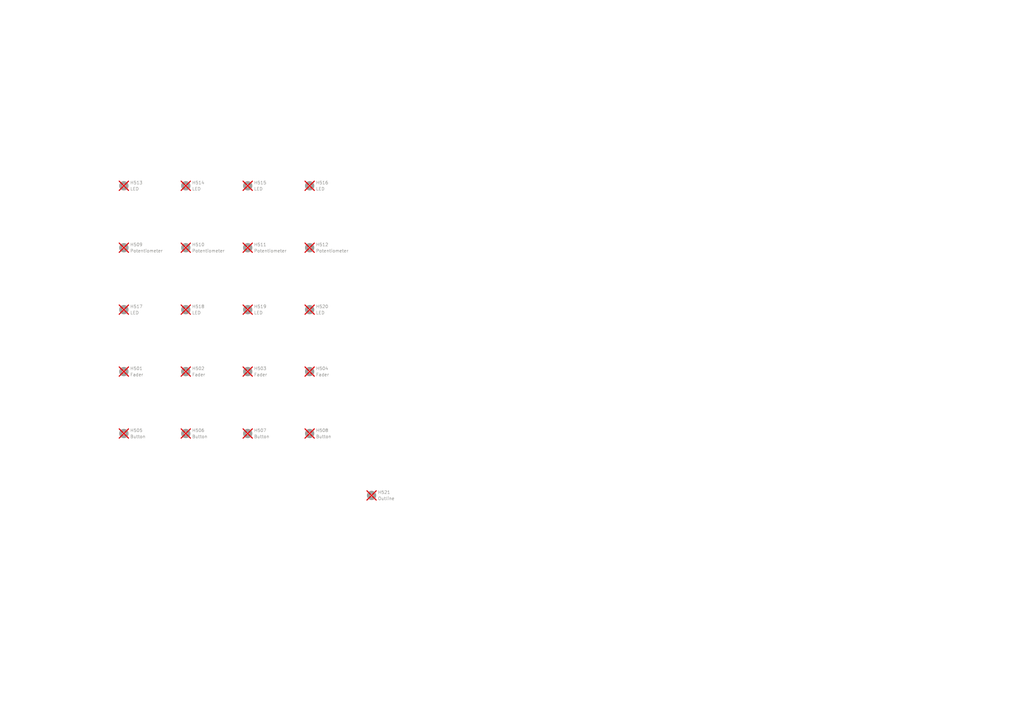
<source format=kicad_sch>
(kicad_sch (version 20231120) (generator "eeschema") (generator_version "8.0")
  (paper "A3")
  (lib_symbols
    (symbol "Mechanical:MountingHole" (pin_names (offset 1.016)) (exclude_from_sim yes) (in_bom no)
      (property "Reference" "H" (at 0 5.08 0))
      (property "Value" "MountingHole" (at 0 3.175 0))
      (symbol "MountingHole_0_1"
        (circle (center 0 0) (radius 1.27) (stroke (width 1.27)))
      )
    )
  )
  (symbol (lib_id "Mechanical:MountingHole") (at 50.8 101.6 0) (unit 1) (exclude_from_sim yes) (in_bom no) (dnp yes)
    (property "Reference" "H509" (at 53.34 100.3299 0) (effects (justify left)))
    (property "Value" "Potentiometer" (at 53.34 102.8699 0) (effects (justify left)))
    (property "Footprint" "suku_basics:FP_POTENTIOMETER" (effects (hide yes)))
    (property "Description" "Mounting Hole without connection" (effects (hide yes)))
  )
  (symbol (lib_id "Mechanical:MountingHole") (at 101.6 76.2 0) (unit 1) (exclude_from_sim yes) (in_bom no) (dnp yes)
    (property "Reference" "H515" (at 104.14 74.9299 0) (effects (justify left)))
    (property "Value" "LED" (at 104.14 77.4699 0) (effects (justify left)))
    (property "Footprint" "suku_basics:FP_LED" (effects (hide yes)))
    (property "Description" "Mounting Hole without connection" (effects (hide yes)))
  )
  (symbol (lib_id "Mechanical:MountingHole") (at 76.2 76.2 0) (unit 1) (exclude_from_sim yes) (in_bom no) (dnp yes)
    (property "Reference" "H514" (at 78.74 74.9299 0) (effects (justify left)))
    (property "Value" "LED" (at 78.74 77.4699 0) (effects (justify left)))
    (property "Footprint" "suku_basics:FP_LED" (effects (hide yes)))
    (property "Description" "Mounting Hole without connection" (effects (hide yes)))
  )
  (symbol (lib_id "Mechanical:MountingHole") (at 50.8 127 0) (unit 1) (exclude_from_sim yes) (in_bom no) (dnp yes)
    (property "Reference" "H517" (at 53.34 125.7299 0) (effects (justify left)))
    (property "Value" "LED" (at 53.34 128.2699 0) (effects (justify left)))
    (property "Footprint" "suku_basics:FP_LED" (effects (hide yes)))
    (property "Description" "Mounting Hole without connection" (effects (hide yes)))
  )
  (symbol (lib_id "Mechanical:MountingHole") (at 127 177.8 0) (unit 1) (exclude_from_sim yes) (in_bom no) (dnp yes)
    (property "Reference" "H508" (at 129.54 176.5299 0) (effects (justify left)))
    (property "Value" "Button" (at 129.54 179.0699 0) (effects (justify left)))
    (property "Footprint" "suku_basics:FP_BUTTON" (effects (hide yes)))
    (property "Description" "Mounting Hole without connection" (effects (hide yes)))
  )
  (symbol (lib_id "Mechanical:MountingHole") (at 101.6 152.4 0) (unit 1) (exclude_from_sim yes) (in_bom no) (dnp yes)
    (property "Reference" "H503" (at 104.14 151.1299 0) (effects (justify left)))
    (property "Value" "Fader" (at 104.14 153.6699 0) (effects (justify left)))
    (property "Footprint" "suku_basics:FP_FADER" (effects (hide yes)))
    (property "Description" "Mounting Hole without connection" (effects (hide yes)))
  )
  (symbol (lib_id "Mechanical:MountingHole") (at 76.2 152.4 0) (unit 1) (exclude_from_sim yes) (in_bom no) (dnp yes)
    (property "Reference" "H502" (at 78.74 151.1299 0) (effects (justify left)))
    (property "Value" "Fader" (at 78.74 153.6699 0) (effects (justify left)))
    (property "Footprint" "suku_basics:FP_FADER" (effects (hide yes)))
    (property "Description" "Mounting Hole without connection" (effects (hide yes)))
  )
  (symbol (lib_id "Mechanical:MountingHole") (at 50.8 152.4 0) (unit 1) (exclude_from_sim yes) (in_bom no) (dnp yes)
    (property "Reference" "H501" (at 53.34 151.1299 0) (effects (justify left)))
    (property "Value" "Fader" (at 53.34 153.6699 0) (effects (justify left)))
    (property "Footprint" "suku_basics:FP_FADER" (effects (hide yes)))
    (property "Description" "Mounting Hole without connection" (effects (hide yes)))
  )
  (symbol (lib_id "Mechanical:MountingHole") (at 101.6 127 0) (unit 1) (exclude_from_sim yes) (in_bom no) (dnp yes)
    (property "Reference" "H519" (at 104.14 125.7299 0) (effects (justify left)))
    (property "Value" "LED" (at 104.14 128.2699 0) (effects (justify left)))
    (property "Footprint" "suku_basics:FP_LED" (effects (hide yes)))
    (property "Description" "Mounting Hole without connection" (effects (hide yes)))
  )
  (symbol (lib_id "Mechanical:MountingHole") (at 50.8 177.8 0) (unit 1) (exclude_from_sim yes) (in_bom no) (dnp yes)
    (property "Reference" "H505" (at 53.34 176.5299 0) (effects (justify left)))
    (property "Value" "Button" (at 53.34 179.0699 0) (effects (justify left)))
    (property "Footprint" "suku_basics:FP_BUTTON" (effects (hide yes)))
    (property "Description" "Mounting Hole without connection" (effects (hide yes)))
  )
  (symbol (lib_id "Mechanical:MountingHole") (at 76.2 101.6 0) (unit 1) (exclude_from_sim yes) (in_bom no) (dnp yes)
    (property "Reference" "H510" (at 78.74 100.3299 0) (effects (justify left)))
    (property "Value" "Potentiometer" (at 78.74 102.8699 0) (effects (justify left)))
    (property "Footprint" "suku_basics:FP_POTENTIOMETER" (effects (hide yes)))
    (property "Description" "Mounting Hole without connection" (effects (hide yes)))
  )
  (symbol (lib_id "Mechanical:MountingHole") (at 152.4 203.2 0) (unit 1) (exclude_from_sim yes) (in_bom no) (dnp yes)
    (property "Reference" "H521" (at 154.94 201.9299 0) (effects (justify left)))
    (property "Value" "Outline" (at 154.94 204.4699 0) (effects (justify left)))
    (property "Footprint" "suku_basics:FP_OUTLINE" (effects (hide yes)))
    (property "Description" "Mounting Hole without connection" (effects (hide yes)))
  )
  (symbol (lib_id "Mechanical:MountingHole") (at 127 76.2 0) (unit 1) (exclude_from_sim yes) (in_bom no) (dnp yes)
    (property "Reference" "H516" (at 129.54 74.9299 0) (effects (justify left)))
    (property "Value" "LED" (at 129.54 77.4699 0) (effects (justify left)))
    (property "Footprint" "suku_basics:FP_LED" (effects (hide yes)))
    (property "Description" "Mounting Hole without connection" (effects (hide yes)))
  )
  (symbol (lib_id "Mechanical:MountingHole") (at 76.2 177.8 0) (unit 1) (exclude_from_sim yes) (in_bom no) (dnp yes)
    (property "Reference" "H506" (at 78.74 176.5299 0) (effects (justify left)))
    (property "Value" "Button" (at 78.74 179.0699 0) (effects (justify left)))
    (property "Footprint" "suku_basics:FP_BUTTON" (effects (hide yes)))
    (property "Description" "Mounting Hole without connection" (effects (hide yes)))
  )
  (symbol (lib_id "Mechanical:MountingHole") (at 127 127 0) (unit 1) (exclude_from_sim yes) (in_bom no) (dnp yes)
    (property "Reference" "H520" (at 129.54 125.7299 0) (effects (justify left)))
    (property "Value" "LED" (at 129.54 128.2699 0) (effects (justify left)))
    (property "Footprint" "suku_basics:FP_LED" (effects (hide yes)))
    (property "Description" "Mounting Hole without connection" (effects (hide yes)))
  )
  (symbol (lib_id "Mechanical:MountingHole") (at 127 101.6 0) (unit 1) (exclude_from_sim yes) (in_bom no) (dnp yes)
    (property "Reference" "H512" (at 129.54 100.3299 0) (effects (justify left)))
    (property "Value" "Potentiometer" (at 129.54 102.8699 0) (effects (justify left)))
    (property "Footprint" "suku_basics:FP_POTENTIOMETER" (effects (hide yes)))
    (property "Description" "Mounting Hole without connection" (effects (hide yes)))
  )
  (symbol (lib_id "Mechanical:MountingHole") (at 76.2 127 0) (unit 1) (exclude_from_sim yes) (in_bom no) (dnp yes)
    (property "Reference" "H518" (at 78.74 125.7299 0) (effects (justify left)))
    (property "Value" "LED" (at 78.74 128.2699 0) (effects (justify left)))
    (property "Footprint" "suku_basics:FP_LED" (effects (hide yes)))
    (property "Description" "Mounting Hole without connection" (effects (hide yes)))
  )
  (symbol (lib_id "Mechanical:MountingHole") (at 101.6 177.8 0) (unit 1) (exclude_from_sim yes) (in_bom no) (dnp yes)
    (property "Reference" "H507" (at 104.14 176.5299 0) (effects (justify left)))
    (property "Value" "Button" (at 104.14 179.0699 0) (effects (justify left)))
    (property "Footprint" "suku_basics:FP_BUTTON" (effects (hide yes)))
    (property "Description" "Mounting Hole without connection" (effects (hide yes)))
  )
  (symbol (lib_id "Mechanical:MountingHole") (at 101.6 101.6 0) (unit 1) (exclude_from_sim yes) (in_bom no) (dnp yes)
    (property "Reference" "H511" (at 104.14 100.3299 0) (effects (justify left)))
    (property "Value" "Potentiometer" (at 104.14 102.8699 0) (effects (justify left)))
    (property "Footprint" "suku_basics:FP_POTENTIOMETER" (effects (hide yes)))
    (property "Description" "Mounting Hole without connection" (effects (hide yes)))
  )
  (symbol (lib_id "Mechanical:MountingHole") (at 50.8 76.2 0) (unit 1) (exclude_from_sim yes) (in_bom no) (dnp yes)
    (property "Reference" "H513" (at 53.34 74.9299 0) (effects (justify left)))
    (property "Value" "LED" (at 53.34 77.4699 0) (effects (justify left)))
    (property "Footprint" "suku_basics:FP_LED" (effects (hide yes)))
    (property "Description" "Mounting Hole without connection" (effects (hide yes)))
  )
  (symbol (lib_id "Mechanical:MountingHole") (at 127 152.4 0) (unit 1) (exclude_from_sim yes) (in_bom no) (dnp yes)
    (property "Reference" "H504" (at 129.54 151.1299 0) (effects (justify left)))
    (property "Value" "Fader" (at 129.54 153.6699 0) (effects (justify left)))
    (property "Footprint" "suku_basics:FP_FADER" (effects (hide yes)))
    (property "Description" "Mounting Hole without connection" (effects (hide yes)))
  )
)
</source>
